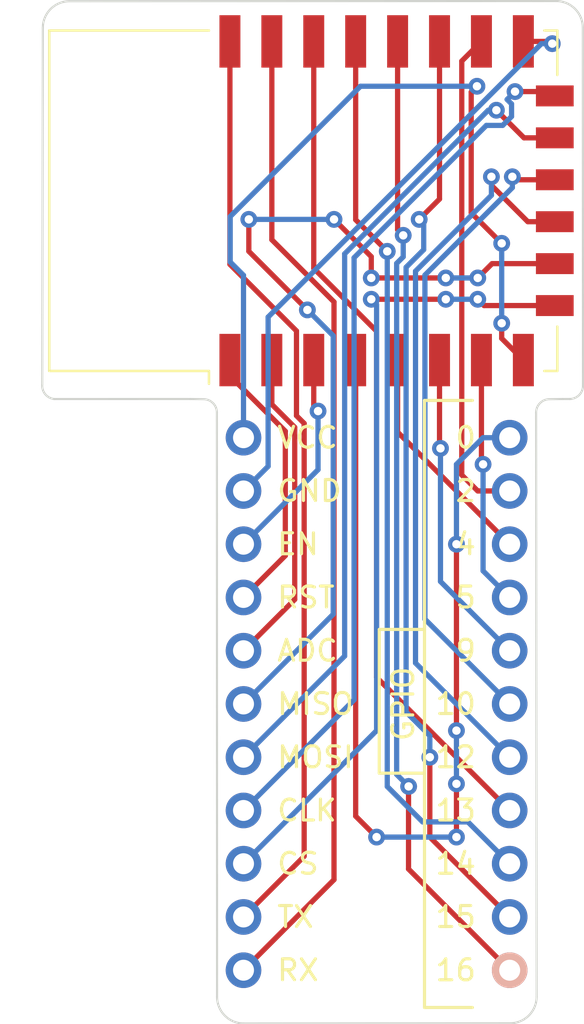
<source format=kicad_pcb>
(kicad_pcb (version 20211014) (generator pcbnew)
  (layers (0 "F.Cu" signal) (31 "B.Cu" signal) (34 "B.Paste" user) (35 "F.Paste" user) (36 "B.SilkS" user "B.Silkscreen") (37 "F.SilkS" user "F.Silkscreen") (38 "B.Mask" user) (39 "F.Mask" user) (44 "Edge.Cuts" user))
  (net 0 "")
  (net 1 "rx")
  (net 2 "tx")
  (net 3 "cs")
  (net 4 "gnd")
  (net 5 "en")
  (net 6 "rst")
  (net 7 "adc")
  (net 8 "miso")
  (net 9 "mosi")
  (net 10 "sclk")
  (net 11 "gpio2")
  (net 12 "gpio0")
  (net 13 "gpio4")
  (net 14 "gpio5")
  (net 15 "gpio9")
  (net 16 "gpio10")
  (net 17 "gpio16")
  (net 18 "gpio12")
  (net 19 "gpio13")
  (net 20 "gpio14")
  (net 21 "gpio15")
  (net 22 "vcc")
  (footprint "RF_Module:ESP-12E" (layer "F.Cu") (at 124.772 54.737 90)
    (fp_text reference "U1" hide)
    (fp_text value "ESP-12F")
    (fp_line (start 8.12 -12.12) (end 8.12 -4.5) (layer "F.SilkS") (width 0.12))
    (fp_line (start 8.12 11.5) (end 8.12 12.12) (layer "F.SilkS") (width 0.12))
    (fp_line (start -8.12 12.12) (end -8.12 11.5) (layer "F.SilkS") (width 0.12))
    (fp_line (start -8.12 -4.5) (end -8.12 -12.12) (layer "F.SilkS") (width 0.12))
    (fp_line (start -8.12 -12.12) (end 8.12 -12.12) (layer "F.SilkS") (width 0.12))
    (fp_line (start -6 12.12) (end -8.12 12.12) (layer "F.SilkS") (width 0.12))
    (fp_line (start -8.12 -4.5) (end -8.73 -4.5) (layer "F.SilkS") (width 0.12))
    (fp_line (start 8.12 12.12) (end 6 12.12) (layer "F.SilkS") (width 0.12))
    (pad "1" smd rect (at -7.6 -3.5 90) (size 2.5 1) (layers "F.Cu" "F.Paste" "F.Mask") (net 6 "rst"))
    (pad "2" smd rect (at -7.6 -1.5 90) (size 2.5 1) (layers "F.Cu" "F.Paste" "F.Mask") (net 7 "adc"))
    (pad "3" smd rect (at -7.6 0.5 90) (size 2.5 1) (layers "F.Cu" "F.Paste" "F.Mask") (net 5 "en"))
    (pad "4" smd rect (at -7.6 2.5 90) (size 2.5 1) (layers "F.Cu" "F.Paste" "F.Mask") (net 12 "gpio0"))
    (pad "5" smd rect (at -7.6 4.5 90) (size 2.5 1) (layers "F.Cu" "F.Paste" "F.Mask") (net 13 "gpio4"))
    (pad "6" smd rect (at -7.6 6.5 90) (size 2.5 1) (layers "F.Cu" "F.Paste" "F.Mask") (net 15 "gpio9"))
    (pad "7" smd rect (at -7.6 8.5 90) (size 2.5 1) (layers "F.Cu" "F.Paste" "F.Mask") (net 14 "gpio5"))
    (pad "8" smd rect (at -7.6 10.5 90) (size 2.5 1) (layers "F.Cu" "F.Paste" "F.Mask") (net 22 "vcc"))
    (pad "9" smd rect (at -5 12 90) (size 1 1.8) (layers "F.Cu" "F.Paste" "F.Mask") (net 3 "cs"))
    (pad "10" smd rect (at -3 12 90) (size 1 1.8) (layers "F.Cu" "F.Paste" "F.Mask") (net 8 "miso"))
    (pad "11" smd rect (at -1 12 90) (size 1 1.8) (layers "F.Cu" "F.Paste" "F.Mask") (net 18 "gpio12"))
    (pad "12" smd rect (at 1 12 90) (size 1 1.8) (layers "F.Cu" "F.Paste" "F.Mask") (net 16 "gpio10"))
    (pad "13" smd rect (at 3 12 90) (size 1 1.8) (layers "F.Cu" "F.Paste" "F.Mask") (net 9 "mosi"))
    (pad "14" smd rect (at 5 12 90) (size 1 1.8) (layers "F.Cu" "F.Paste" "F.Mask") (net 10 "sclk"))
    (pad "15" smd rect (at 7.6 10.5 90) (size 2.5 1) (layers "F.Cu" "F.Paste" "F.Mask") (net 4 "gnd"))
    (pad "16" smd rect (at 7.6 8.5 90) (size 2.5 1) (layers "F.Cu" "F.Paste" "F.Mask") (net 11 "gpio2"))
    (pad "17" smd rect (at 7.6 6.5 90) (size 2.5 1) (layers "F.Cu" "F.Paste" "F.Mask") (net 21 "gpio15"))
    (pad "18" smd rect (at 7.6 4.5 90) (size 2.5 1) (layers "F.Cu" "F.Paste" "F.Mask") (net 17 "gpio16"))
    (pad "19" smd rect (at 7.6 2.5 90) (size 2.5 1) (layers "F.Cu" "F.Paste" "F.Mask") (net 20 "gpio14"))
    (pad "20" smd rect (at 7.6 0.5 90) (size 2.5 1) (layers "F.Cu" "F.Paste" "F.Mask") (net 19 "gpio13"))
    (pad "21" smd rect (at 7.6 -1.5 90) (size 2.5 1) (layers "F.Cu" "F.Paste" "F.Mask") (net 1 "rx"))
    (pad "22" smd rect (at 7.6 -3.5 90) (size 2.5 1) (layers "F.Cu" "F.Paste" "F.Mask") (net 2 "tx"))
  )
  (footprint "Connector_PinHeader_2.54mm:PinHeader_1x11_P2.54mm_Vertical" (layer "B.Cu") (at 121.92 66.04 180)
    (fp_text reference "J1" hide)
    (fp_text value "Conn_01x11_Male" hide)
    (pad "1" thru_hole circle (at 0 0 180) (size 1.7 1.7) (drill 1) (layers *.Cu *.Mask) (net 22 "vcc"))
    (pad "2" thru_hole oval (at 0 -2.54 180) (size 1.7 1.7) (drill 1) (layers *.Cu *.Mask) (net 4 "gnd"))
    (pad "3" thru_hole oval (at 0 -5.08 180) (size 1.7 1.7) (drill 1) (layers *.Cu *.Mask) (net 5 "en"))
    (pad "4" thru_hole oval (at 0 -7.62 180) (size 1.7 1.7) (drill 1) (layers *.Cu *.Mask) (net 6 "rst"))
    (pad "5" thru_hole oval (at 0 -10.16 180) (size 1.7 1.7) (drill 1) (layers *.Cu *.Mask) (net 7 "adc"))
    (pad "6" thru_hole oval (at 0 -12.7 180) (size 1.7 1.7) (drill 1) (layers *.Cu *.Mask) (net 8 "miso"))
    (pad "7" thru_hole oval (at 0 -15.24 180) (size 1.7 1.7) (drill 1) (layers *.Cu *.Mask) (net 9 "mosi"))
    (pad "8" thru_hole oval (at 0 -17.78 180) (size 1.7 1.7) (drill 1) (layers *.Cu *.Mask) (net 10 "sclk"))
    (pad "9" thru_hole oval (at 0 -20.32 180) (size 1.7 1.7) (drill 1) (layers *.Cu *.Mask) (net 3 "cs"))
    (pad "10" thru_hole oval (at 0 -22.86 180) (size 1.7 1.7) (drill 1) (layers *.Cu *.Mask) (net 2 "tx"))
    (pad "11" thru_hole circle (at 0 -25.4 180) (size 1.7 1.7) (drill 1) (layers *.Cu *.Mask) (net 1 "rx"))
  )
  (footprint "Connector_PinHeader_2.54mm:PinHeader_1x11_P2.54mm_Vertical" (layer "B.Cu") (at 134.62 91.44)
    (fp_text reference "J2" hide)
    (fp_text value "Conn_01x11_Male" hide)
    (pad "1" thru_hole circle (at 0 0) (size 1.7 1.7) (drill 1) (layers *.Cu *.Mask "B.SilkS") (net 17 "gpio16"))
    (pad "2" thru_hole oval (at 0 -2.54) (size 1.7 1.7) (drill 1) (layers *.Cu *.Mask) (net 21 "gpio15"))
    (pad "3" thru_hole oval (at 0 -5.08) (size 1.7 1.7) (drill 1) (layers *.Cu *.Mask) (net 20 "gpio14"))
    (pad "4" thru_hole oval (at 0 -7.62) (size 1.7 1.7) (drill 1) (layers *.Cu *.Mask) (net 19 "gpio13"))
    (pad "5" thru_hole oval (at 0 -10.16) (size 1.7 1.7) (drill 1) (layers *.Cu *.Mask) (net 18 "gpio12"))
    (pad "6" thru_hole oval (at 0 -12.7) (size 1.7 1.7) (drill 1) (layers *.Cu *.Mask) (net 16 "gpio10"))
    (pad "7" thru_hole oval (at 0 -15.24) (size 1.7 1.7) (drill 1) (layers *.Cu *.Mask) (net 15 "gpio9"))
    (pad "8" thru_hole oval (at 0 -17.78) (size 1.7 1.7) (drill 1) (layers *.Cu *.Mask) (net 14 "gpio5"))
    (pad "9" thru_hole oval (at 0 -20.32) (size 1.7 1.7) (drill 1) (layers *.Cu *.Mask) (net 13 "gpio4"))
    (pad "10" thru_hole oval (at 0 -22.86) (size 1.7 1.7) (drill 1) (layers *.Cu *.Mask) (net 11 "gpio2"))
    (pad "11" thru_hole oval (at 0 -25.4) (size 1.7 1.7) (drill 1) (layers *.Cu *.Mask) (net 12 "gpio0"))
  )
  (gr_line (start 128.397 82.042) (end 130.556 82.042) (layer "F.SilkS") (width 0.15))
  (gr_line (start 130.556 75.184) (end 128.397 75.184) (layer "F.SilkS") (width 0.15))
  (gr_line (start 130.556 93.218) (end 132.842 93.218) (layer "F.SilkS") (width 0.15))
  (gr_line (start 128.397 75.184) (end 128.397 82.042) (layer "F.SilkS") (width 0.15))
  (gr_line (start 132.842 64.262) (end 130.556 64.262) (layer "F.SilkS") (width 0.15))
  (gr_line (start 130.556 64.262) (end 130.556 93.218) (layer "F.SilkS") (width 0.15))
  (gr_line (start 137.150974 64.193987) (end 137.482013 64.193987) (layer "Edge.Cuts") (width 0.1))
  (gr_line (start 135.881813 64.838013) (end 135.906374 92.700974) (layer "Edge.Cuts") (width 0.1))
  (gr_arc (start 120.014161 64.203013) (mid 120.463174 64.389) (end 120.649161 64.838013) (layer "Edge.Cuts") (width 0.1))
  (gr_arc (start 138.117013 63.558987) (mid 137.931026 64.008) (end 137.482013 64.193987) (layer "Edge.Cuts") (width 0.1))
  (gr_line (start 136.837987 45.212) (end 113.615039 45.221026) (layer "Edge.Cuts") (width 0.1))
  (gr_line (start 136.516813 64.203013) (end 137.150974 64.193987) (layer "Edge.Cuts") (width 0.1))
  (gr_line (start 112.885201 64.195125) (end 119.38 64.193987) (layer "Edge.Cuts") (width 0.1))
  (gr_arc (start 136.837987 45.212) (mid 137.736013 45.583974) (end 138.107987 46.482) (layer "Edge.Cuts") (width 0.1))
  (gr_line (start 120.649161 64.838013) (end 120.659026 92.71) (layer "Edge.Cuts") (width 0.1))
  (gr_line (start 119.38 64.193987) (end 120.014161 64.203013) (layer "Edge.Cuts") (width 0.1))
  (gr_arc (start 112.885201 64.195125) (mid 112.456019 63.96) (end 112.3188 63.490264) (layer "Edge.Cuts") (width 0.1))
  (gr_arc (start 121.929026 93.98) (mid 121.031 93.608026) (end 120.659026 92.71) (layer "Edge.Cuts") (width 0.1))
  (gr_line (start 138.117013 63.558987) (end 138.107987 46.482) (layer "Edge.Cuts") (width 0.1))
  (gr_arc (start 112.345039 46.491026) (mid 112.717013 45.593) (end 113.615039 45.221026) (layer "Edge.Cuts") (width 0.1))
  (gr_arc (start 135.881813 64.838013) (mid 136.0678 64.389) (end 136.516813 64.203013) (layer "Edge.Cuts") (width 0.1))
  (gr_line (start 121.929026 93.98) (end 134.636374 93.970974) (layer "Edge.Cuts") (width 0.1))
  (gr_line (start 112.3188 63.490264) (end 112.345039 46.491026) (layer "Edge.Cuts") (width 0.1))
  (gr_arc (start 135.906374 92.700974) (mid 135.5344 93.599) (end 134.636374 93.970974) (layer "Edge.Cuts") (width 0.1))
  (gr_text "4" (at 133.096 71.12) (layer "F.SilkS") (effects (font (size 1 1)) (justify right)))
  (gr_text "12" (at 133.096 81.28) (layer "F.SilkS") (effects (font (size 1 1)) (justify right)))
  (gr_text "GPIO" (at 129.54 78.74 90) (layer "F.SilkS") (effects (font (size 1 1))))
  (gr_text "RX" (at 123.444 91.44) (layer "F.SilkS") (effects (font (size 1 1)) (justify left)))
  (gr_text "9" (at 133.096 76.2) (layer "F.SilkS") (effects (font (size 1 1)) (justify right)))
  (gr_text "0" (at 133.096 66.04) (layer "F.SilkS") (effects (font (size 1 1)) (justify right)))
  (gr_text "RST" (at 123.444 73.66) (layer "F.SilkS") (effects (font (size 1 1)) (justify left)))
  (gr_text "MISO" (at 123.444 78.74) (layer "F.SilkS") (effects (font (size 1 1)) (justify left)))
  (gr_text "13" (at 133.096 83.82) (layer "F.SilkS") (effects (font (size 1 1)) (justify right)))
  (gr_text "5" (at 133.096 73.66) (layer "F.SilkS") (effects (font (size 1 1)) (justify right)))
  (gr_text "2" (at 133.096 68.58) (layer "F.SilkS") (effects (font (size 1 1)) (justify right)))
  (gr_text "CS" (at 123.444 86.36) (layer "F.SilkS") (effects (font (size 1 1)) (justify left)))
  (gr_text "15" (at 133.096 88.9) (layer "F.SilkS") (effects (font (size 1 1)) (justify right)))
  (gr_text "MOSI" (at 123.444 81.28) (layer "F.SilkS") (effects (font (size 1 1)) (justify left)))
  (gr_text "TX" (at 123.444 88.9) (layer "F.SilkS") (effects (font (size 1 1)) (justify left)))
  (gr_text "VCC" (at 123.444 66.04) (layer "F.SilkS") (effects (font (size 1 1)) (justify left)))
  (gr_text "ADC" (at 123.444 76.2) (layer "F.SilkS") (effects (font (size 1 1)) (justify left)))
  (gr_text "GND" (at 123.444 68.58) (layer "F.SilkS") (effects (font (size 1 1)) (justify left)))
  (gr_text "CLK" (at 123.444 83.82) (layer "F.SilkS") (effects (font (size 1 1)) (justify left)))
  (gr_text "EN" (at 123.444 71.12) (layer "F.SilkS") (effects (font (size 1 1)) (justify left)))
  (gr_text "14" (at 133.096 86.36) (layer "F.SilkS") (effects (font (size 1 1)) (justify right)))
  (gr_text "10" (at 133.096 78.74) (layer "F.SilkS") (effects (font (size 1 1)) (justify right)))
  (gr_text "16" (at 133.096 91.44) (layer "F.SilkS") (effects (font (size 1 1)) (justify right)))
  (segment (start 126.238 87.122) (end 121.92 91.44) (width 0.25) (layer "F.Cu") (net 1))
  (segment (start 123.272 56.597718) (end 126.238 59.563718) (width 0.25) (layer "F.Cu") (net 1))
  (segment (start 126.238 59.563718) (end 126.238 87.122) (width 0.25) (layer "F.Cu") (net 1))
  (segment (start 123.272 47.137) (end 123.272 56.597718) (width 0.25) (layer "F.Cu") (net 1))
  (segment (start 121.272 47.137) (end 121.272 57.772) (width 0.25) (layer "F.Cu") (net 2))
  (segment (start 124.813551 65.357116) (end 124.813551 86.006449) (width 0.25) (layer "F.Cu") (net 2))
  (segment (start 121.272 57.772) (end 124.447489 60.947489) (width 0.25) (layer "F.Cu") (net 2))
  (segment (start 124.447489 60.947489) (end 124.447489 64.991053) (width 0.25) (layer "F.Cu") (net 2))
  (segment (start 124.813551 86.006449) (end 121.92 88.9) (width 0.25) (layer "F.Cu") (net 2))
  (segment (start 124.447489 64.991053) (end 124.813551 65.357116) (width 0.25) (layer "F.Cu") (net 2))
  (segment (start 131.572 59.436) (end 128.016 59.436) (width 0.25) (layer "F.Cu") (net 3))
  (segment (start 133.096 59.436) (end 133.397 59.737) (width 0.25) (layer "F.Cu") (net 3))
  (segment (start 136.725 59.69) (end 136.772 59.737) (width 0.25) (layer "F.Cu") (net 3))
  (segment (start 133.397 59.737) (end 136.772 59.737) (width 0.25) (layer "F.Cu") (net 3))
  (via (at 131.572 59.436) (size 0.8) (drill 0.4) (layers "F.Cu" "B.Cu") (net 3))
  (via (at 128.016 59.436) (size 0.8) (drill 0.4) (layers "F.Cu" "B.Cu") (net 3))
  (via (at 133.096 59.436) (size 0.8) (drill 0.4) (layers "F.Cu" "B.Cu") (net 3))
  (segment (start 128.27 59.69) (end 128.27 80.01) (width 0.25) (layer "B.Cu") (net 3))
  (segment (start 131.572 59.436) (end 133.096 59.436) (width 0.25) (layer "B.Cu") (net 3))
  (segment (start 128.016 59.436) (end 128.27 59.69) (width 0.25) (layer "B.Cu") (net 3))
  (segment (start 128.27 80.01) (end 121.92 86.36) (width 0.25) (layer "B.Cu") (net 3))
  (segment (start 135.272 47.137) (end 136.545 47.137) (width 0.25) (layer "F.Cu") (net 4))
  (segment (start 136.545 47.137) (end 136.652 47.244) (width 0.25) (layer "F.Cu") (net 4))
  (via (at 136.652 47.244) (size 0.8) (drill 0.4) (layers "F.Cu" "B.Cu") (net 4))
  (segment (start 123.094511 60.284875) (end 123.094511 67.405489) (width 0.25) (layer "B.Cu") (net 4))
  (segment (start 136.135386 47.244) (end 123.094511 60.284875) (width 0.25) (layer "B.Cu") (net 4))
  (segment (start 123.094511 67.405489) (end 121.92 68.58) (width 0.25) (layer "B.Cu") (net 4))
  (segment (start 136.652 47.244) (end 136.135386 47.244) (width 0.25) (layer "B.Cu") (net 4))
  (segment (start 125.272 64.566) (end 125.476 64.77) (width 0.25) (layer "F.Cu") (net 5))
  (segment (start 125.272 62.337) (end 125.272 64.566) (width 0.25) (layer "F.Cu") (net 5))
  (via (at 125.476 64.77) (size 0.8) (drill 0.4) (layers "F.Cu" "B.Cu") (net 5))
  (segment (start 125.476 64.77) (end 125.476 67.564) (width 0.25) (layer "B.Cu") (net 5))
  (segment (start 125.476 67.564) (end 121.92 71.12) (width 0.25) (layer "B.Cu") (net 5))
  (segment (start 121.272 62.337) (end 121.272 63.087) (width 0.25) (layer "F.Cu") (net 6))
  (segment (start 123.914511 71.665489) (end 121.92 73.66) (width 0.25) (layer "F.Cu") (net 6))
  (segment (start 123.914511 65.729511) (end 123.914511 71.665489) (width 0.25) (layer "F.Cu") (net 6))
  (segment (start 121.272 63.087) (end 123.914511 65.729511) (width 0.25) (layer "F.Cu") (net 6))
  (segment (start 123.272 64.451282) (end 124.364031 65.543313) (width 0.25) (layer "F.Cu") (net 7))
  (segment (start 123.272 62.337) (end 123.272 64.451282) (width 0.25) (layer "F.Cu") (net 7))
  (segment (start 124.364031 65.543313) (end 124.364031 73.755969) (width 0.25) (layer "F.Cu") (net 7))
  (segment (start 124.364031 73.755969) (end 121.92 76.2) (width 0.25) (layer "F.Cu") (net 7))
  (segment (start 126.238 55.626) (end 128.016 57.404) (width 0.25) (layer "F.Cu") (net 8))
  (segment (start 133.096 58.42) (end 133.779 57.737) (width 0.25) (layer "F.Cu") (net 8))
  (segment (start 131.572 58.42) (end 128.016 58.42) (width 0.25) (layer "F.Cu") (net 8))
  (segment (start 122.174 55.626) (end 122.174 57.15) (width 0.25) (layer "F.Cu") (net 8))
  (segment (start 122.174 57.15) (end 124.968 59.944) (width 0.25) (layer "F.Cu") (net 8))
  (segment (start 133.779 57.737) (end 136.772 57.737) (width 0.25) (layer "F.Cu") (net 8))
  (segment (start 128.016 57.404) (end 128.016 58.42) (width 0.25) (layer "F.Cu") (net 8))
  (via (at 124.968 59.944) (size 0.8) (drill 0.4) (layers "F.Cu" "B.Cu") (net 8))
  (via (at 131.572 58.42) (size 0.8) (drill 0.4) (layers "F.Cu" "B.Cu") (net 8))
  (via (at 122.174 55.626) (size 0.8) (drill 0.4) (layers "F.Cu" "B.Cu") (net 8))
  (via (at 128.016 58.42) (size 0.8) (drill 0.4) (layers "F.Cu" "B.Cu") (net 8))
  (via (at 126.238 55.626) (size 0.8) (drill 0.4) (layers "F.Cu" "B.Cu") (net 8))
  (via (at 133.096 58.42) (size 0.8) (drill 0.4) (layers "F.Cu" "B.Cu") (net 8))
  (segment (start 126.238 55.626) (end 122.174 55.626) (width 0.25) (layer "B.Cu") (net 8))
  (segment (start 133.096 58.42) (end 131.572 58.42) (width 0.25) (layer "B.Cu") (net 8))
  (segment (start 124.968 59.944) (end 126.200511 61.176511) (width 0.25) (layer "B.Cu") (net 8))
  (segment (start 126.200511 61.176511) (end 126.200511 74.459489) (width 0.25) (layer "B.Cu") (net 8))
  (segment (start 126.200511 74.459489) (end 121.92 78.74) (width 0.25) (layer "B.Cu") (net 8))
  (segment (start 135.303 51.737) (end 136.772 51.737) (width 0.25) (layer "F.Cu") (net 9))
  (segment (start 133.984992 50.418992) (end 135.303 51.737) (width 0.25) (layer "F.Cu") (net 9))
  (via (at 133.984992 50.418992) (size 0.8) (drill 0.4) (layers "F.Cu" "B.Cu") (net 9))
  (segment (start 133.596112 50.418992) (end 126.746 57.269104) (width 0.25) (layer "B.Cu") (net 9))
  (segment (start 133.984992 50.418992) (end 133.596112 50.418992) (width 0.25) (layer "B.Cu") (net 9))
  (segment (start 126.746 57.269104) (end 126.746 76.454) (width 0.25) (layer "B.Cu") (net 9))
  (segment (start 126.746 76.454) (end 121.92 81.28) (width 0.25) (layer "B.Cu") (net 9))
  (segment (start 136.565 49.53) (end 136.772 49.737) (width 0.25) (layer "F.Cu") (net 10))
  (segment (start 134.874 49.53) (end 136.565 49.53) (width 0.25) (layer "F.Cu") (net 10))
  (via (at 134.874 49.53) (size 0.8) (drill 0.4) (layers "F.Cu" "B.Cu") (net 10))
  (segment (start 134.709503 50.118889) (end 134.709503 50.719095) (width 0.25) (layer "B.Cu") (net 10))
  (segment (start 127.19552 57.455302) (end 127.19552 78.54448) (width 0.25) (layer "B.Cu") (net 10))
  (segment (start 133.507319 51.143503) (end 127.19552 57.455302) (width 0.25) (layer "B.Cu") (net 10))
  (segment (start 134.497307 49.906693) (end 134.709503 50.118889) (width 0.25) (layer "B.Cu") (net 10))
  (segment (start 134.285095 51.143503) (end 133.507319 51.143503) (width 0.25) (layer "B.Cu") (net 10))
  (segment (start 127.19552 78.54448) (end 121.92 83.82) (width 0.25) (layer "B.Cu") (net 10))
  (segment (start 134.874 49.53) (end 134.497307 49.906693) (width 0.25) (layer "B.Cu") (net 10))
  (segment (start 134.709503 50.719095) (end 134.285095 51.143503) (width 0.25) (layer "B.Cu") (net 10))
  (segment (start 133.096 68.58) (end 134.62 68.58) (width 0.25) (layer "F.Cu") (net 11))
  (segment (start 132.334 48.075) (end 132.334 67.818) (width 0.25) (layer "F.Cu") (net 11))
  (segment (start 132.334 67.818) (end 133.096 68.58) (width 0.25) (layer "F.Cu") (net 11))
  (segment (start 133.272 47.137) (end 132.334 48.075) (width 0.25) (layer "F.Cu") (net 11))
  (segment (start 132.08 82.55) (end 132.08 85.09) (width 0.25) (layer "F.Cu") (net 12))
  (segment (start 127.272 84.092) (end 128.27 85.09) (width 0.25) (layer "F.Cu") (net 12))
  (segment (start 127.272 62.337) (end 127.272 84.092) (width 0.25) (layer "F.Cu") (net 12))
  (segment (start 132.08 71.12) (end 132.08 80.01) (width 0.25) (layer "F.Cu") (net 12))
  (via (at 132.08 80.01) (size 0.8) (drill 0.4) (layers "F.Cu" "B.Cu") (net 12))
  (via (at 132.08 82.55) (size 0.8) (drill 0.4) (layers "F.Cu" "B.Cu") (net 12))
  (via (at 132.08 85.09) (size 0.8) (drill 0.4) (layers "F.Cu" "B.Cu") (net 12))
  (via (at 128.27 85.09) (size 0.8) (drill 0.4) (layers "F.Cu" "B.Cu") (net 12))
  (via (at 132.08 71.12) (size 0.8) (drill 0.4) (layers "F.Cu" "B.Cu") (net 12))
  (segment (start 132.08 67.31) (end 133.35 66.04) (width 0.25) (layer "B.Cu") (net 12))
  (segment (start 132.08 71.12) (end 132.08 67.31) (width 0.25) (layer "B.Cu") (net 12))
  (segment (start 128.27 85.09) (end 132.08 85.09) (width 0.25) (layer "B.Cu") (net 12))
  (segment (start 132.08 82.55) (end 132.08 80.01) (width 0.25) (layer "B.Cu") (net 12))
  (segment (start 133.35 66.04) (end 134.62 66.04) (width 0.25) (layer "B.Cu") (net 12))
  (segment (start 129.272 65.772) (end 134.62 71.12) (width 0.25) (layer "F.Cu") (net 13))
  (segment (start 129.272 62.337) (end 129.272 65.772) (width 0.25) (layer "F.Cu") (net 13))
  (segment (start 133.35 67.31) (end 133.272 67.232) (width 0.25) (layer "F.Cu") (net 14))
  (segment (start 133.272 67.232) (end 133.272 62.337) (width 0.25) (layer "F.Cu") (net 14))
  (via (at 133.35 67.31) (size 0.8) (drill 0.4) (layers "F.Cu" "B.Cu") (net 14))
  (segment (start 133.35 72.39) (end 134.62 73.66) (width 0.25) (layer "B.Cu") (net 14))
  (segment (start 133.35 67.31) (end 133.35 72.39) (width 0.25) (layer "B.Cu") (net 14))
  (segment (start 131.318 66.548) (end 131.272 66.502) (width 0.25) (layer "F.Cu") (net 15))
  (segment (start 131.272 66.502) (end 131.272 62.337) (width 0.25) (layer "F.Cu") (net 15))
  (via (at 131.318 66.548) (size 0.8) (drill 0.4) (layers "F.Cu" "B.Cu") (net 15))
  (segment (start 131.318 72.898) (end 134.62 76.2) (width 0.25) (layer "B.Cu") (net 15))
  (segment (start 131.318 66.548) (end 131.318 72.898) (width 0.25) (layer "B.Cu") (net 15))
  (segment (start 134.747 53.594) (end 134.89 53.737) (width 0.25) (layer "F.Cu") (net 16))
  (segment (start 134.89 53.737) (end 136.772 53.737) (width 0.25) (layer "F.Cu") (net 16))
  (via (at 134.747 53.594) (size 0.8) (drill 0.4) (layers "F.Cu" "B.Cu") (net 16))
  (segment (start 134.747 53.594) (end 134.747 54.112767) (width 0.25) (layer "B.Cu") (net 16))
  (segment (start 130.57608 58.283687) (end 130.57608 74.69608) (width 0.25) (layer "B.Cu") (net 16))
  (segment (start 134.747 54.112767) (end 130.57608 58.283687) (width 0.25) (layer "B.Cu") (net 16))
  (segment (start 130.57608 74.69608) (end 134.62 78.74) (width 0.25) (layer "B.Cu") (net 16))
  (segment (start 129.794 82.677) (end 129.794 86.614) (width 0.25) (layer "F.Cu") (net 17))
  (segment (start 129.54 56.388) (end 129.272 56.12) (width 0.25) (layer "F.Cu") (net 17))
  (segment (start 129.272 56.12) (end 129.272 47.137) (width 0.25) (layer "F.Cu") (net 17))
  (segment (start 129.794 86.614) (end 134.62 91.44) (width 0.25) (layer "F.Cu") (net 17))
  (segment (start 129.798299 82.672701) (end 129.794 82.677) (width 0.25) (layer "F.Cu") (net 17))
  (via (at 129.54 56.388) (size 0.8) (drill 0.4) (layers "F.Cu" "B.Cu") (net 17))
  (via (at 129.798299 82.672701) (size 0.8) (drill 0.4) (layers "F.Cu" "B.Cu") (net 17))
  (segment (start 129.798299 82.672701) (end 129.22752 82.101922) (width 0.25) (layer "B.Cu") (net 17))
  (segment (start 129.22752 82.101922) (end 129.22752 57.725094) (width 0.25) (layer "B.Cu") (net 17))
  (segment (start 129.22752 57.725094) (end 129.54 57.412614) (width 0.25) (layer "B.Cu") (net 17))
  (segment (start 129.54 57.412614) (end 129.54 56.388) (width 0.25) (layer "B.Cu") (net 17))
  (segment (start 133.747497 54.000111) (end 135.484386 55.737) (width 0.25) (layer "F.Cu") (net 18))
  (segment (start 133.747497 53.594) (end 133.747497 54.000111) (width 0.25) (layer "F.Cu") (net 18))
  (segment (start 135.484386 55.737) (end 136.772 55.737) (width 0.25) (layer "F.Cu") (net 18))
  (via (at 133.747497 53.594) (size 0.8) (drill 0.4) (layers "F.Cu" "B.Cu") (net 18))
  (segment (start 130.12656 58.097489) (end 130.12656 76.78656) (width 0.25) (layer "B.Cu") (net 18))
  (segment (start 133.747497 53.594) (end 133.747497 54.476552) (width 0.25) (layer "B.Cu") (net 18))
  (segment (start 133.747497 54.476552) (end 130.12656 58.097489) (width 0.25) (layer "B.Cu") (net 18))
  (segment (start 130.12656 76.78656) (end 134.62 81.28) (width 0.25) (layer "B.Cu") (net 18))
  (segment (start 125.272 47.137) (end 125.272 57.962) (width 0.25) (layer "F.Cu") (net 19))
  (segment (start 128.27 77.47) (end 134.62 83.82) (width 0.25) (layer "F.Cu") (net 19))
  (segment (start 128.27 60.96) (end 128.27 77.47) (width 0.25) (layer "F.Cu") (net 19))
  (segment (start 125.272 57.962) (end 128.27 60.96) (width 0.25) (layer "F.Cu") (net 19))
  (segment (start 127.272 55.644) (end 127.272 47.137) (width 0.25) (layer "F.Cu") (net 20))
  (segment (start 128.778 57.15) (end 127.272 55.644) (width 0.25) (layer "F.Cu") (net 20))
  (via (at 128.778 57.15) (size 0.8) (drill 0.4) (layers "F.Cu" "B.Cu") (net 20))
  (segment (start 128.778 57.15) (end 128.778 82.677) (width 0.25) (layer "B.Cu") (net 20))
  (segment (start 130.466489 84.365489) (end 132.625489 84.365489) (width 0.25) (layer "B.Cu") (net 20))
  (segment (start 128.778 82.677) (end 130.466489 84.365489) (width 0.25) (layer "B.Cu") (net 20))
  (segment (start 132.625489 84.365489) (end 134.62 86.36) (width 0.25) (layer "B.Cu") (net 20))
  (segment (start 131.272 54.656) (end 131.272 47.137) (width 0.25) (layer "F.Cu") (net 21))
  (segment (start 130.81 81.28) (end 130.81 85.09) (width 0.25) (layer "F.Cu") (net 21))
  (segment (start 130.81 85.09) (end 134.62 88.9) (width 0.25) (layer "F.Cu") (net 21))
  (segment (start 130.302 55.626) (end 131.272 54.656) (width 0.25) (layer "F.Cu") (net 21))
  (via (at 130.302 55.626) (size 0.8) (drill 0.4) (layers "F.Cu" "B.Cu") (net 21))
  (via (at 130.81 81.28) (size 0.8) (drill 0.4) (layers "F.Cu" "B.Cu") (net 21))
  (segment (start 130.81 80.255386) (end 130.81 81.28) (width 0.25) (layer "B.Cu") (net 21))
  (segment (start 130.302 55.626) (end 130.310614 55.626) (width 0.25) (layer "B.Cu") (net 21))
  (segment (start 130.310614 55.626) (end 130.518511 55.833897) (width 0.25) (layer "B.Cu") (net 21))
  (segment (start 130.518511 57.06982) (end 129.67704 57.911291) (width 0.25) (layer "B.Cu") (net 21))
  (segment (start 129.67704 79.122426) (end 130.81 80.255386) (width 0.25) (layer "B.Cu") (net 21))
  (segment (start 129.67704 57.911291) (end 129.67704 79.122426) (width 0.25) (layer "B.Cu") (net 21))
  (segment (start 130.518511 55.833897) (end 130.518511 57.06982) (width 0.25) (layer "B.Cu") (net 21))
  (segment (start 134.239 60.579) (end 134.239 61.304) (width 0.25) (layer "F.Cu") (net 22))
  (segment (start 135.272 61.358) (end 135.272 62.337) (width 0.25) (layer "F.Cu") (net 22))
  (segment (start 132.78352 55.31352) (end 134.239 56.769) (width 0.25) (layer "F.Cu") (net 22))
  (segment (start 134.239 61.304) (end 135.272 62.337) (width 0.25) (layer "F.Cu") (net 22))
  (segment (start 132.78352 49.55098) (end 132.78352 55.31352) (width 0.25) (layer "F.Cu") (net 22))
  (segment (start 133.0585 49.276) (end 132.78352 49.55098) (width 0.25) (layer "F.Cu") (net 22))
  (segment (start 135.272 61.587) (end 135.272 62.337) (width 0.25) (layer "F.Cu") (net 22))
  (via (at 133.0585 49.276) (size 0.8) (drill 0.4) (layers "F.Cu" "B.Cu") (net 22))
  (via (at 134.239 56.769) (size 0.8) (drill 0.4) (layers "F.Cu" "B.Cu") (net 22))
  (via (at 134.239 60.579) (size 0.8) (drill 0.4) (layers "F.Cu" "B.Cu") (net 22))
  (segment (start 121.285 55.490386) (end 127.499386 49.276) (width 0.25) (layer "B.Cu") (net 22))
  (segment (start 121.92 66.04) (end 121.92 58.293) (width 0.25) (layer "B.Cu") (net 22))
  (segment (start 127.499386 49.276) (end 133.0585 49.276) (width 0.25) (layer "B.Cu") (net 22))
  (segment (start 121.92 58.293) (end 121.285 57.658) (width 0.25) (layer "B.Cu") (net 22))
  (segment (start 121.285 57.658) (end 121.285 55.490386) (width 0.25) (layer "B.Cu") (net 22))
  (segment (start 134.239 56.769) (end 134.239 60.579) (width 0.25) (layer "B.Cu") (net 22))
)
</source>
